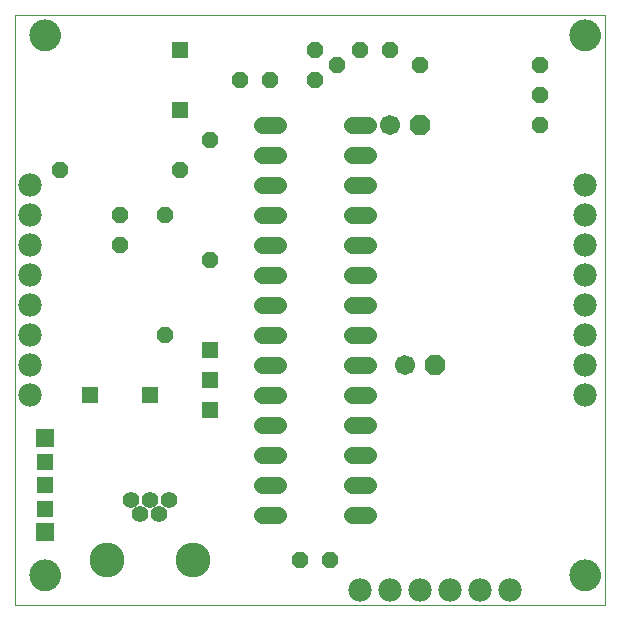
<source format=gbs>
G75*
%MOIN*%
%OFA0B0*%
%FSLAX25Y25*%
%IPPOS*%
%LPD*%
%AMOC8*
5,1,8,0,0,1.08239X$1,22.5*
%
%ADD10C,0.00000*%
%ADD11C,0.10400*%
%ADD12C,0.05600*%
%ADD13OC8,0.05600*%
%ADD14C,0.05550*%
%ADD15C,0.11620*%
%ADD16C,0.06700*%
%ADD17OC8,0.06700*%
%ADD18C,0.07800*%
%ADD19R,0.05550X0.05550*%
%ADD20R,0.06337X0.06337*%
D10*
X0001787Y0001787D02*
X0001787Y0198638D01*
X0198638Y0198638D01*
X0198638Y0001787D01*
X0001787Y0001787D01*
X0006787Y0011787D02*
X0006789Y0011928D01*
X0006795Y0012069D01*
X0006805Y0012209D01*
X0006819Y0012349D01*
X0006837Y0012489D01*
X0006858Y0012628D01*
X0006884Y0012767D01*
X0006913Y0012905D01*
X0006947Y0013041D01*
X0006984Y0013177D01*
X0007025Y0013312D01*
X0007070Y0013446D01*
X0007119Y0013578D01*
X0007171Y0013709D01*
X0007227Y0013838D01*
X0007287Y0013965D01*
X0007350Y0014091D01*
X0007416Y0014215D01*
X0007487Y0014338D01*
X0007560Y0014458D01*
X0007637Y0014576D01*
X0007717Y0014692D01*
X0007801Y0014805D01*
X0007887Y0014916D01*
X0007977Y0015025D01*
X0008070Y0015131D01*
X0008165Y0015234D01*
X0008264Y0015335D01*
X0008365Y0015433D01*
X0008469Y0015528D01*
X0008576Y0015620D01*
X0008685Y0015709D01*
X0008797Y0015794D01*
X0008911Y0015877D01*
X0009027Y0015957D01*
X0009146Y0016033D01*
X0009267Y0016105D01*
X0009389Y0016175D01*
X0009514Y0016240D01*
X0009640Y0016303D01*
X0009768Y0016361D01*
X0009898Y0016416D01*
X0010029Y0016468D01*
X0010162Y0016515D01*
X0010296Y0016559D01*
X0010431Y0016600D01*
X0010567Y0016636D01*
X0010704Y0016668D01*
X0010842Y0016697D01*
X0010980Y0016722D01*
X0011120Y0016742D01*
X0011260Y0016759D01*
X0011400Y0016772D01*
X0011541Y0016781D01*
X0011681Y0016786D01*
X0011822Y0016787D01*
X0011963Y0016784D01*
X0012104Y0016777D01*
X0012244Y0016766D01*
X0012384Y0016751D01*
X0012524Y0016732D01*
X0012663Y0016710D01*
X0012801Y0016683D01*
X0012939Y0016653D01*
X0013075Y0016618D01*
X0013211Y0016580D01*
X0013345Y0016538D01*
X0013479Y0016492D01*
X0013611Y0016443D01*
X0013741Y0016389D01*
X0013870Y0016332D01*
X0013997Y0016272D01*
X0014123Y0016208D01*
X0014246Y0016140D01*
X0014368Y0016069D01*
X0014488Y0015995D01*
X0014605Y0015917D01*
X0014720Y0015836D01*
X0014833Y0015752D01*
X0014944Y0015665D01*
X0015052Y0015574D01*
X0015157Y0015481D01*
X0015260Y0015384D01*
X0015360Y0015285D01*
X0015457Y0015183D01*
X0015551Y0015078D01*
X0015642Y0014971D01*
X0015730Y0014861D01*
X0015815Y0014749D01*
X0015897Y0014634D01*
X0015976Y0014517D01*
X0016051Y0014398D01*
X0016123Y0014277D01*
X0016191Y0014154D01*
X0016256Y0014029D01*
X0016318Y0013902D01*
X0016375Y0013773D01*
X0016430Y0013643D01*
X0016480Y0013512D01*
X0016527Y0013379D01*
X0016570Y0013245D01*
X0016609Y0013109D01*
X0016644Y0012973D01*
X0016676Y0012836D01*
X0016703Y0012698D01*
X0016727Y0012559D01*
X0016747Y0012419D01*
X0016763Y0012279D01*
X0016775Y0012139D01*
X0016783Y0011998D01*
X0016787Y0011857D01*
X0016787Y0011717D01*
X0016783Y0011576D01*
X0016775Y0011435D01*
X0016763Y0011295D01*
X0016747Y0011155D01*
X0016727Y0011015D01*
X0016703Y0010876D01*
X0016676Y0010738D01*
X0016644Y0010601D01*
X0016609Y0010465D01*
X0016570Y0010329D01*
X0016527Y0010195D01*
X0016480Y0010062D01*
X0016430Y0009931D01*
X0016375Y0009801D01*
X0016318Y0009672D01*
X0016256Y0009545D01*
X0016191Y0009420D01*
X0016123Y0009297D01*
X0016051Y0009176D01*
X0015976Y0009057D01*
X0015897Y0008940D01*
X0015815Y0008825D01*
X0015730Y0008713D01*
X0015642Y0008603D01*
X0015551Y0008496D01*
X0015457Y0008391D01*
X0015360Y0008289D01*
X0015260Y0008190D01*
X0015157Y0008093D01*
X0015052Y0008000D01*
X0014944Y0007909D01*
X0014833Y0007822D01*
X0014720Y0007738D01*
X0014605Y0007657D01*
X0014488Y0007579D01*
X0014368Y0007505D01*
X0014246Y0007434D01*
X0014123Y0007366D01*
X0013997Y0007302D01*
X0013870Y0007242D01*
X0013741Y0007185D01*
X0013611Y0007131D01*
X0013479Y0007082D01*
X0013345Y0007036D01*
X0013211Y0006994D01*
X0013075Y0006956D01*
X0012939Y0006921D01*
X0012801Y0006891D01*
X0012663Y0006864D01*
X0012524Y0006842D01*
X0012384Y0006823D01*
X0012244Y0006808D01*
X0012104Y0006797D01*
X0011963Y0006790D01*
X0011822Y0006787D01*
X0011681Y0006788D01*
X0011541Y0006793D01*
X0011400Y0006802D01*
X0011260Y0006815D01*
X0011120Y0006832D01*
X0010980Y0006852D01*
X0010842Y0006877D01*
X0010704Y0006906D01*
X0010567Y0006938D01*
X0010431Y0006974D01*
X0010296Y0007015D01*
X0010162Y0007059D01*
X0010029Y0007106D01*
X0009898Y0007158D01*
X0009768Y0007213D01*
X0009640Y0007271D01*
X0009514Y0007334D01*
X0009389Y0007399D01*
X0009267Y0007469D01*
X0009146Y0007541D01*
X0009027Y0007617D01*
X0008911Y0007697D01*
X0008797Y0007780D01*
X0008685Y0007865D01*
X0008576Y0007954D01*
X0008469Y0008046D01*
X0008365Y0008141D01*
X0008264Y0008239D01*
X0008165Y0008340D01*
X0008070Y0008443D01*
X0007977Y0008549D01*
X0007887Y0008658D01*
X0007801Y0008769D01*
X0007717Y0008882D01*
X0007637Y0008998D01*
X0007560Y0009116D01*
X0007487Y0009236D01*
X0007416Y0009359D01*
X0007350Y0009483D01*
X0007287Y0009609D01*
X0007227Y0009736D01*
X0007171Y0009865D01*
X0007119Y0009996D01*
X0007070Y0010128D01*
X0007025Y0010262D01*
X0006984Y0010397D01*
X0006947Y0010533D01*
X0006913Y0010669D01*
X0006884Y0010807D01*
X0006858Y0010946D01*
X0006837Y0011085D01*
X0006819Y0011225D01*
X0006805Y0011365D01*
X0006795Y0011505D01*
X0006789Y0011646D01*
X0006787Y0011787D01*
X0006787Y0191787D02*
X0006789Y0191928D01*
X0006795Y0192069D01*
X0006805Y0192209D01*
X0006819Y0192349D01*
X0006837Y0192489D01*
X0006858Y0192628D01*
X0006884Y0192767D01*
X0006913Y0192905D01*
X0006947Y0193041D01*
X0006984Y0193177D01*
X0007025Y0193312D01*
X0007070Y0193446D01*
X0007119Y0193578D01*
X0007171Y0193709D01*
X0007227Y0193838D01*
X0007287Y0193965D01*
X0007350Y0194091D01*
X0007416Y0194215D01*
X0007487Y0194338D01*
X0007560Y0194458D01*
X0007637Y0194576D01*
X0007717Y0194692D01*
X0007801Y0194805D01*
X0007887Y0194916D01*
X0007977Y0195025D01*
X0008070Y0195131D01*
X0008165Y0195234D01*
X0008264Y0195335D01*
X0008365Y0195433D01*
X0008469Y0195528D01*
X0008576Y0195620D01*
X0008685Y0195709D01*
X0008797Y0195794D01*
X0008911Y0195877D01*
X0009027Y0195957D01*
X0009146Y0196033D01*
X0009267Y0196105D01*
X0009389Y0196175D01*
X0009514Y0196240D01*
X0009640Y0196303D01*
X0009768Y0196361D01*
X0009898Y0196416D01*
X0010029Y0196468D01*
X0010162Y0196515D01*
X0010296Y0196559D01*
X0010431Y0196600D01*
X0010567Y0196636D01*
X0010704Y0196668D01*
X0010842Y0196697D01*
X0010980Y0196722D01*
X0011120Y0196742D01*
X0011260Y0196759D01*
X0011400Y0196772D01*
X0011541Y0196781D01*
X0011681Y0196786D01*
X0011822Y0196787D01*
X0011963Y0196784D01*
X0012104Y0196777D01*
X0012244Y0196766D01*
X0012384Y0196751D01*
X0012524Y0196732D01*
X0012663Y0196710D01*
X0012801Y0196683D01*
X0012939Y0196653D01*
X0013075Y0196618D01*
X0013211Y0196580D01*
X0013345Y0196538D01*
X0013479Y0196492D01*
X0013611Y0196443D01*
X0013741Y0196389D01*
X0013870Y0196332D01*
X0013997Y0196272D01*
X0014123Y0196208D01*
X0014246Y0196140D01*
X0014368Y0196069D01*
X0014488Y0195995D01*
X0014605Y0195917D01*
X0014720Y0195836D01*
X0014833Y0195752D01*
X0014944Y0195665D01*
X0015052Y0195574D01*
X0015157Y0195481D01*
X0015260Y0195384D01*
X0015360Y0195285D01*
X0015457Y0195183D01*
X0015551Y0195078D01*
X0015642Y0194971D01*
X0015730Y0194861D01*
X0015815Y0194749D01*
X0015897Y0194634D01*
X0015976Y0194517D01*
X0016051Y0194398D01*
X0016123Y0194277D01*
X0016191Y0194154D01*
X0016256Y0194029D01*
X0016318Y0193902D01*
X0016375Y0193773D01*
X0016430Y0193643D01*
X0016480Y0193512D01*
X0016527Y0193379D01*
X0016570Y0193245D01*
X0016609Y0193109D01*
X0016644Y0192973D01*
X0016676Y0192836D01*
X0016703Y0192698D01*
X0016727Y0192559D01*
X0016747Y0192419D01*
X0016763Y0192279D01*
X0016775Y0192139D01*
X0016783Y0191998D01*
X0016787Y0191857D01*
X0016787Y0191717D01*
X0016783Y0191576D01*
X0016775Y0191435D01*
X0016763Y0191295D01*
X0016747Y0191155D01*
X0016727Y0191015D01*
X0016703Y0190876D01*
X0016676Y0190738D01*
X0016644Y0190601D01*
X0016609Y0190465D01*
X0016570Y0190329D01*
X0016527Y0190195D01*
X0016480Y0190062D01*
X0016430Y0189931D01*
X0016375Y0189801D01*
X0016318Y0189672D01*
X0016256Y0189545D01*
X0016191Y0189420D01*
X0016123Y0189297D01*
X0016051Y0189176D01*
X0015976Y0189057D01*
X0015897Y0188940D01*
X0015815Y0188825D01*
X0015730Y0188713D01*
X0015642Y0188603D01*
X0015551Y0188496D01*
X0015457Y0188391D01*
X0015360Y0188289D01*
X0015260Y0188190D01*
X0015157Y0188093D01*
X0015052Y0188000D01*
X0014944Y0187909D01*
X0014833Y0187822D01*
X0014720Y0187738D01*
X0014605Y0187657D01*
X0014488Y0187579D01*
X0014368Y0187505D01*
X0014246Y0187434D01*
X0014123Y0187366D01*
X0013997Y0187302D01*
X0013870Y0187242D01*
X0013741Y0187185D01*
X0013611Y0187131D01*
X0013479Y0187082D01*
X0013345Y0187036D01*
X0013211Y0186994D01*
X0013075Y0186956D01*
X0012939Y0186921D01*
X0012801Y0186891D01*
X0012663Y0186864D01*
X0012524Y0186842D01*
X0012384Y0186823D01*
X0012244Y0186808D01*
X0012104Y0186797D01*
X0011963Y0186790D01*
X0011822Y0186787D01*
X0011681Y0186788D01*
X0011541Y0186793D01*
X0011400Y0186802D01*
X0011260Y0186815D01*
X0011120Y0186832D01*
X0010980Y0186852D01*
X0010842Y0186877D01*
X0010704Y0186906D01*
X0010567Y0186938D01*
X0010431Y0186974D01*
X0010296Y0187015D01*
X0010162Y0187059D01*
X0010029Y0187106D01*
X0009898Y0187158D01*
X0009768Y0187213D01*
X0009640Y0187271D01*
X0009514Y0187334D01*
X0009389Y0187399D01*
X0009267Y0187469D01*
X0009146Y0187541D01*
X0009027Y0187617D01*
X0008911Y0187697D01*
X0008797Y0187780D01*
X0008685Y0187865D01*
X0008576Y0187954D01*
X0008469Y0188046D01*
X0008365Y0188141D01*
X0008264Y0188239D01*
X0008165Y0188340D01*
X0008070Y0188443D01*
X0007977Y0188549D01*
X0007887Y0188658D01*
X0007801Y0188769D01*
X0007717Y0188882D01*
X0007637Y0188998D01*
X0007560Y0189116D01*
X0007487Y0189236D01*
X0007416Y0189359D01*
X0007350Y0189483D01*
X0007287Y0189609D01*
X0007227Y0189736D01*
X0007171Y0189865D01*
X0007119Y0189996D01*
X0007070Y0190128D01*
X0007025Y0190262D01*
X0006984Y0190397D01*
X0006947Y0190533D01*
X0006913Y0190669D01*
X0006884Y0190807D01*
X0006858Y0190946D01*
X0006837Y0191085D01*
X0006819Y0191225D01*
X0006805Y0191365D01*
X0006795Y0191505D01*
X0006789Y0191646D01*
X0006787Y0191787D01*
X0186787Y0191787D02*
X0186789Y0191928D01*
X0186795Y0192069D01*
X0186805Y0192209D01*
X0186819Y0192349D01*
X0186837Y0192489D01*
X0186858Y0192628D01*
X0186884Y0192767D01*
X0186913Y0192905D01*
X0186947Y0193041D01*
X0186984Y0193177D01*
X0187025Y0193312D01*
X0187070Y0193446D01*
X0187119Y0193578D01*
X0187171Y0193709D01*
X0187227Y0193838D01*
X0187287Y0193965D01*
X0187350Y0194091D01*
X0187416Y0194215D01*
X0187487Y0194338D01*
X0187560Y0194458D01*
X0187637Y0194576D01*
X0187717Y0194692D01*
X0187801Y0194805D01*
X0187887Y0194916D01*
X0187977Y0195025D01*
X0188070Y0195131D01*
X0188165Y0195234D01*
X0188264Y0195335D01*
X0188365Y0195433D01*
X0188469Y0195528D01*
X0188576Y0195620D01*
X0188685Y0195709D01*
X0188797Y0195794D01*
X0188911Y0195877D01*
X0189027Y0195957D01*
X0189146Y0196033D01*
X0189267Y0196105D01*
X0189389Y0196175D01*
X0189514Y0196240D01*
X0189640Y0196303D01*
X0189768Y0196361D01*
X0189898Y0196416D01*
X0190029Y0196468D01*
X0190162Y0196515D01*
X0190296Y0196559D01*
X0190431Y0196600D01*
X0190567Y0196636D01*
X0190704Y0196668D01*
X0190842Y0196697D01*
X0190980Y0196722D01*
X0191120Y0196742D01*
X0191260Y0196759D01*
X0191400Y0196772D01*
X0191541Y0196781D01*
X0191681Y0196786D01*
X0191822Y0196787D01*
X0191963Y0196784D01*
X0192104Y0196777D01*
X0192244Y0196766D01*
X0192384Y0196751D01*
X0192524Y0196732D01*
X0192663Y0196710D01*
X0192801Y0196683D01*
X0192939Y0196653D01*
X0193075Y0196618D01*
X0193211Y0196580D01*
X0193345Y0196538D01*
X0193479Y0196492D01*
X0193611Y0196443D01*
X0193741Y0196389D01*
X0193870Y0196332D01*
X0193997Y0196272D01*
X0194123Y0196208D01*
X0194246Y0196140D01*
X0194368Y0196069D01*
X0194488Y0195995D01*
X0194605Y0195917D01*
X0194720Y0195836D01*
X0194833Y0195752D01*
X0194944Y0195665D01*
X0195052Y0195574D01*
X0195157Y0195481D01*
X0195260Y0195384D01*
X0195360Y0195285D01*
X0195457Y0195183D01*
X0195551Y0195078D01*
X0195642Y0194971D01*
X0195730Y0194861D01*
X0195815Y0194749D01*
X0195897Y0194634D01*
X0195976Y0194517D01*
X0196051Y0194398D01*
X0196123Y0194277D01*
X0196191Y0194154D01*
X0196256Y0194029D01*
X0196318Y0193902D01*
X0196375Y0193773D01*
X0196430Y0193643D01*
X0196480Y0193512D01*
X0196527Y0193379D01*
X0196570Y0193245D01*
X0196609Y0193109D01*
X0196644Y0192973D01*
X0196676Y0192836D01*
X0196703Y0192698D01*
X0196727Y0192559D01*
X0196747Y0192419D01*
X0196763Y0192279D01*
X0196775Y0192139D01*
X0196783Y0191998D01*
X0196787Y0191857D01*
X0196787Y0191717D01*
X0196783Y0191576D01*
X0196775Y0191435D01*
X0196763Y0191295D01*
X0196747Y0191155D01*
X0196727Y0191015D01*
X0196703Y0190876D01*
X0196676Y0190738D01*
X0196644Y0190601D01*
X0196609Y0190465D01*
X0196570Y0190329D01*
X0196527Y0190195D01*
X0196480Y0190062D01*
X0196430Y0189931D01*
X0196375Y0189801D01*
X0196318Y0189672D01*
X0196256Y0189545D01*
X0196191Y0189420D01*
X0196123Y0189297D01*
X0196051Y0189176D01*
X0195976Y0189057D01*
X0195897Y0188940D01*
X0195815Y0188825D01*
X0195730Y0188713D01*
X0195642Y0188603D01*
X0195551Y0188496D01*
X0195457Y0188391D01*
X0195360Y0188289D01*
X0195260Y0188190D01*
X0195157Y0188093D01*
X0195052Y0188000D01*
X0194944Y0187909D01*
X0194833Y0187822D01*
X0194720Y0187738D01*
X0194605Y0187657D01*
X0194488Y0187579D01*
X0194368Y0187505D01*
X0194246Y0187434D01*
X0194123Y0187366D01*
X0193997Y0187302D01*
X0193870Y0187242D01*
X0193741Y0187185D01*
X0193611Y0187131D01*
X0193479Y0187082D01*
X0193345Y0187036D01*
X0193211Y0186994D01*
X0193075Y0186956D01*
X0192939Y0186921D01*
X0192801Y0186891D01*
X0192663Y0186864D01*
X0192524Y0186842D01*
X0192384Y0186823D01*
X0192244Y0186808D01*
X0192104Y0186797D01*
X0191963Y0186790D01*
X0191822Y0186787D01*
X0191681Y0186788D01*
X0191541Y0186793D01*
X0191400Y0186802D01*
X0191260Y0186815D01*
X0191120Y0186832D01*
X0190980Y0186852D01*
X0190842Y0186877D01*
X0190704Y0186906D01*
X0190567Y0186938D01*
X0190431Y0186974D01*
X0190296Y0187015D01*
X0190162Y0187059D01*
X0190029Y0187106D01*
X0189898Y0187158D01*
X0189768Y0187213D01*
X0189640Y0187271D01*
X0189514Y0187334D01*
X0189389Y0187399D01*
X0189267Y0187469D01*
X0189146Y0187541D01*
X0189027Y0187617D01*
X0188911Y0187697D01*
X0188797Y0187780D01*
X0188685Y0187865D01*
X0188576Y0187954D01*
X0188469Y0188046D01*
X0188365Y0188141D01*
X0188264Y0188239D01*
X0188165Y0188340D01*
X0188070Y0188443D01*
X0187977Y0188549D01*
X0187887Y0188658D01*
X0187801Y0188769D01*
X0187717Y0188882D01*
X0187637Y0188998D01*
X0187560Y0189116D01*
X0187487Y0189236D01*
X0187416Y0189359D01*
X0187350Y0189483D01*
X0187287Y0189609D01*
X0187227Y0189736D01*
X0187171Y0189865D01*
X0187119Y0189996D01*
X0187070Y0190128D01*
X0187025Y0190262D01*
X0186984Y0190397D01*
X0186947Y0190533D01*
X0186913Y0190669D01*
X0186884Y0190807D01*
X0186858Y0190946D01*
X0186837Y0191085D01*
X0186819Y0191225D01*
X0186805Y0191365D01*
X0186795Y0191505D01*
X0186789Y0191646D01*
X0186787Y0191787D01*
X0186787Y0011787D02*
X0186789Y0011928D01*
X0186795Y0012069D01*
X0186805Y0012209D01*
X0186819Y0012349D01*
X0186837Y0012489D01*
X0186858Y0012628D01*
X0186884Y0012767D01*
X0186913Y0012905D01*
X0186947Y0013041D01*
X0186984Y0013177D01*
X0187025Y0013312D01*
X0187070Y0013446D01*
X0187119Y0013578D01*
X0187171Y0013709D01*
X0187227Y0013838D01*
X0187287Y0013965D01*
X0187350Y0014091D01*
X0187416Y0014215D01*
X0187487Y0014338D01*
X0187560Y0014458D01*
X0187637Y0014576D01*
X0187717Y0014692D01*
X0187801Y0014805D01*
X0187887Y0014916D01*
X0187977Y0015025D01*
X0188070Y0015131D01*
X0188165Y0015234D01*
X0188264Y0015335D01*
X0188365Y0015433D01*
X0188469Y0015528D01*
X0188576Y0015620D01*
X0188685Y0015709D01*
X0188797Y0015794D01*
X0188911Y0015877D01*
X0189027Y0015957D01*
X0189146Y0016033D01*
X0189267Y0016105D01*
X0189389Y0016175D01*
X0189514Y0016240D01*
X0189640Y0016303D01*
X0189768Y0016361D01*
X0189898Y0016416D01*
X0190029Y0016468D01*
X0190162Y0016515D01*
X0190296Y0016559D01*
X0190431Y0016600D01*
X0190567Y0016636D01*
X0190704Y0016668D01*
X0190842Y0016697D01*
X0190980Y0016722D01*
X0191120Y0016742D01*
X0191260Y0016759D01*
X0191400Y0016772D01*
X0191541Y0016781D01*
X0191681Y0016786D01*
X0191822Y0016787D01*
X0191963Y0016784D01*
X0192104Y0016777D01*
X0192244Y0016766D01*
X0192384Y0016751D01*
X0192524Y0016732D01*
X0192663Y0016710D01*
X0192801Y0016683D01*
X0192939Y0016653D01*
X0193075Y0016618D01*
X0193211Y0016580D01*
X0193345Y0016538D01*
X0193479Y0016492D01*
X0193611Y0016443D01*
X0193741Y0016389D01*
X0193870Y0016332D01*
X0193997Y0016272D01*
X0194123Y0016208D01*
X0194246Y0016140D01*
X0194368Y0016069D01*
X0194488Y0015995D01*
X0194605Y0015917D01*
X0194720Y0015836D01*
X0194833Y0015752D01*
X0194944Y0015665D01*
X0195052Y0015574D01*
X0195157Y0015481D01*
X0195260Y0015384D01*
X0195360Y0015285D01*
X0195457Y0015183D01*
X0195551Y0015078D01*
X0195642Y0014971D01*
X0195730Y0014861D01*
X0195815Y0014749D01*
X0195897Y0014634D01*
X0195976Y0014517D01*
X0196051Y0014398D01*
X0196123Y0014277D01*
X0196191Y0014154D01*
X0196256Y0014029D01*
X0196318Y0013902D01*
X0196375Y0013773D01*
X0196430Y0013643D01*
X0196480Y0013512D01*
X0196527Y0013379D01*
X0196570Y0013245D01*
X0196609Y0013109D01*
X0196644Y0012973D01*
X0196676Y0012836D01*
X0196703Y0012698D01*
X0196727Y0012559D01*
X0196747Y0012419D01*
X0196763Y0012279D01*
X0196775Y0012139D01*
X0196783Y0011998D01*
X0196787Y0011857D01*
X0196787Y0011717D01*
X0196783Y0011576D01*
X0196775Y0011435D01*
X0196763Y0011295D01*
X0196747Y0011155D01*
X0196727Y0011015D01*
X0196703Y0010876D01*
X0196676Y0010738D01*
X0196644Y0010601D01*
X0196609Y0010465D01*
X0196570Y0010329D01*
X0196527Y0010195D01*
X0196480Y0010062D01*
X0196430Y0009931D01*
X0196375Y0009801D01*
X0196318Y0009672D01*
X0196256Y0009545D01*
X0196191Y0009420D01*
X0196123Y0009297D01*
X0196051Y0009176D01*
X0195976Y0009057D01*
X0195897Y0008940D01*
X0195815Y0008825D01*
X0195730Y0008713D01*
X0195642Y0008603D01*
X0195551Y0008496D01*
X0195457Y0008391D01*
X0195360Y0008289D01*
X0195260Y0008190D01*
X0195157Y0008093D01*
X0195052Y0008000D01*
X0194944Y0007909D01*
X0194833Y0007822D01*
X0194720Y0007738D01*
X0194605Y0007657D01*
X0194488Y0007579D01*
X0194368Y0007505D01*
X0194246Y0007434D01*
X0194123Y0007366D01*
X0193997Y0007302D01*
X0193870Y0007242D01*
X0193741Y0007185D01*
X0193611Y0007131D01*
X0193479Y0007082D01*
X0193345Y0007036D01*
X0193211Y0006994D01*
X0193075Y0006956D01*
X0192939Y0006921D01*
X0192801Y0006891D01*
X0192663Y0006864D01*
X0192524Y0006842D01*
X0192384Y0006823D01*
X0192244Y0006808D01*
X0192104Y0006797D01*
X0191963Y0006790D01*
X0191822Y0006787D01*
X0191681Y0006788D01*
X0191541Y0006793D01*
X0191400Y0006802D01*
X0191260Y0006815D01*
X0191120Y0006832D01*
X0190980Y0006852D01*
X0190842Y0006877D01*
X0190704Y0006906D01*
X0190567Y0006938D01*
X0190431Y0006974D01*
X0190296Y0007015D01*
X0190162Y0007059D01*
X0190029Y0007106D01*
X0189898Y0007158D01*
X0189768Y0007213D01*
X0189640Y0007271D01*
X0189514Y0007334D01*
X0189389Y0007399D01*
X0189267Y0007469D01*
X0189146Y0007541D01*
X0189027Y0007617D01*
X0188911Y0007697D01*
X0188797Y0007780D01*
X0188685Y0007865D01*
X0188576Y0007954D01*
X0188469Y0008046D01*
X0188365Y0008141D01*
X0188264Y0008239D01*
X0188165Y0008340D01*
X0188070Y0008443D01*
X0187977Y0008549D01*
X0187887Y0008658D01*
X0187801Y0008769D01*
X0187717Y0008882D01*
X0187637Y0008998D01*
X0187560Y0009116D01*
X0187487Y0009236D01*
X0187416Y0009359D01*
X0187350Y0009483D01*
X0187287Y0009609D01*
X0187227Y0009736D01*
X0187171Y0009865D01*
X0187119Y0009996D01*
X0187070Y0010128D01*
X0187025Y0010262D01*
X0186984Y0010397D01*
X0186947Y0010533D01*
X0186913Y0010669D01*
X0186884Y0010807D01*
X0186858Y0010946D01*
X0186837Y0011085D01*
X0186819Y0011225D01*
X0186805Y0011365D01*
X0186795Y0011505D01*
X0186789Y0011646D01*
X0186787Y0011787D01*
D11*
X0191787Y0011787D03*
X0011787Y0011787D03*
X0011787Y0191787D03*
X0191787Y0191787D03*
D12*
X0119387Y0161787D02*
X0114187Y0161787D01*
X0114187Y0151787D02*
X0119387Y0151787D01*
X0119387Y0141787D02*
X0114187Y0141787D01*
X0114187Y0131787D02*
X0119387Y0131787D01*
X0119387Y0121787D02*
X0114187Y0121787D01*
X0114187Y0111787D02*
X0119387Y0111787D01*
X0119387Y0101787D02*
X0114187Y0101787D01*
X0114187Y0091787D02*
X0119387Y0091787D01*
X0119387Y0081787D02*
X0114187Y0081787D01*
X0114187Y0071787D02*
X0119387Y0071787D01*
X0119387Y0061787D02*
X0114187Y0061787D01*
X0114187Y0051787D02*
X0119387Y0051787D01*
X0119387Y0041787D02*
X0114187Y0041787D01*
X0114187Y0031787D02*
X0119387Y0031787D01*
X0089387Y0031787D02*
X0084187Y0031787D01*
X0084187Y0041787D02*
X0089387Y0041787D01*
X0089387Y0051787D02*
X0084187Y0051787D01*
X0084187Y0061787D02*
X0089387Y0061787D01*
X0089387Y0071787D02*
X0084187Y0071787D01*
X0084187Y0081787D02*
X0089387Y0081787D01*
X0089387Y0091787D02*
X0084187Y0091787D01*
X0084187Y0101787D02*
X0089387Y0101787D01*
X0089387Y0111787D02*
X0084187Y0111787D01*
X0084187Y0121787D02*
X0089387Y0121787D01*
X0089387Y0131787D02*
X0084187Y0131787D01*
X0084187Y0141787D02*
X0089387Y0141787D01*
X0089387Y0151787D02*
X0084187Y0151787D01*
X0084187Y0161787D02*
X0089387Y0161787D01*
D13*
X0086787Y0176787D03*
X0076787Y0176787D03*
X0066787Y0156787D03*
X0056787Y0146787D03*
X0051787Y0131787D03*
X0036787Y0131787D03*
X0036787Y0121787D03*
X0016787Y0146787D03*
X0066787Y0116787D03*
X0051787Y0091787D03*
X0096787Y0016787D03*
X0106787Y0016787D03*
X0176787Y0161787D03*
X0176787Y0171787D03*
X0176787Y0181787D03*
X0136787Y0181787D03*
X0126787Y0186787D03*
X0116787Y0186787D03*
X0109287Y0181787D03*
X0101787Y0176787D03*
X0101787Y0186787D03*
D14*
X0053087Y0036866D03*
X0049937Y0032142D03*
X0046787Y0036866D03*
X0043638Y0032142D03*
X0040488Y0036866D03*
D15*
X0032417Y0016787D03*
X0061157Y0016787D03*
D16*
X0131787Y0081787D03*
X0126787Y0161787D03*
D17*
X0136787Y0161787D03*
X0141787Y0081787D03*
D18*
X0191787Y0081787D03*
X0191787Y0071787D03*
X0191787Y0091787D03*
X0191787Y0101787D03*
X0191787Y0111787D03*
X0191787Y0121787D03*
X0191787Y0131787D03*
X0191787Y0141787D03*
X0166787Y0006787D03*
X0156787Y0006787D03*
X0146787Y0006787D03*
X0136787Y0006787D03*
X0126787Y0006787D03*
X0116787Y0006787D03*
X0006787Y0071787D03*
X0006787Y0081787D03*
X0006787Y0091787D03*
X0006787Y0101787D03*
X0006787Y0111787D03*
X0006787Y0121787D03*
X0006787Y0131787D03*
X0006787Y0141787D03*
D19*
X0056787Y0166787D03*
X0056787Y0186787D03*
X0066787Y0086787D03*
X0066787Y0076787D03*
X0066787Y0066787D03*
X0046787Y0071787D03*
X0026787Y0071787D03*
X0011787Y0049661D03*
X0011787Y0041787D03*
X0011787Y0033913D03*
D20*
X0011787Y0026039D03*
X0011787Y0057535D03*
M02*

</source>
